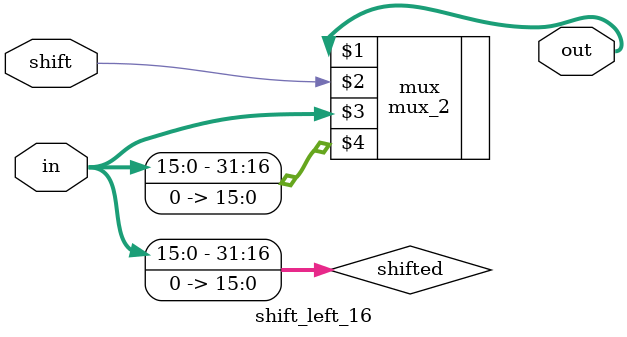
<source format=v>
module shift_left_16(
    output [31:0] out,
    input shift,
    input [31:0] in);

    wire [31:0] shifted;

    assign shifted[31:16] = in[15:0];
    assign shifted[15:0] = 1'b0;

    mux_2 mux(out, shift, in, shifted);
endmodule

</source>
